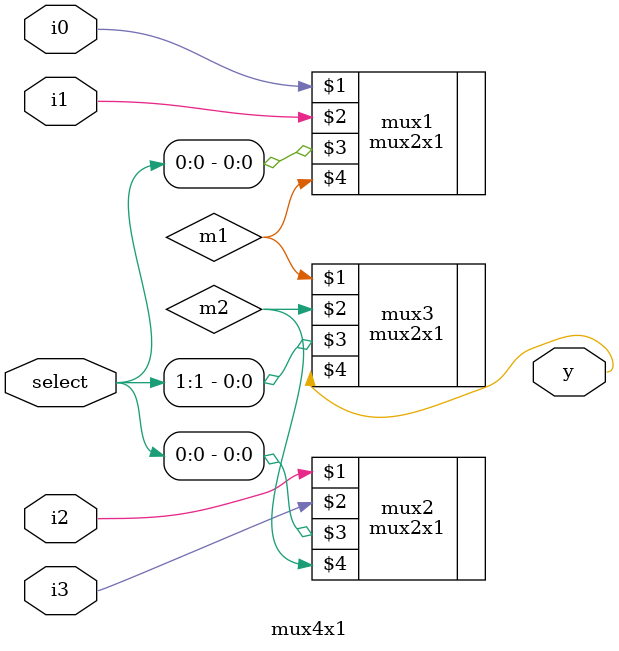
<source format=v>
module mux4x1(i0,i1,i2,i3,select,y); 
  input i0,i1,i2,i3; 
  input [1:0] select; 
  output y;
  
  mux2x1 mux1(i0, i1, select[0], m1);
  mux2x1 mux2(i2, i3, select[0], m2);
  mux2x1 mux3(m1, m2, select[1], y);
endmodule
</source>
